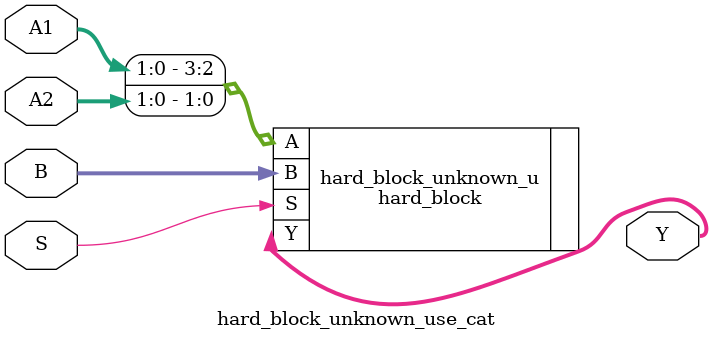
<source format=v>
module hard_block_unknown_use_cat(A1, A2, B, S, Y);

  parameter WIDTH_A = 2;
  parameter WIDTH_B = 4;

  input [WIDTH_A-1:0] A1;
  input [WIDTH_A-1:0] A2;
  input [WIDTH_B-1:0] B;
  input S;

  output [WIDTH_B-1:0] Y;
  
  hard_block hard_block_unknown_u(.A({A1, A2}), .B(B), .S(S), .Y(Y));
  
endmodule

</source>
